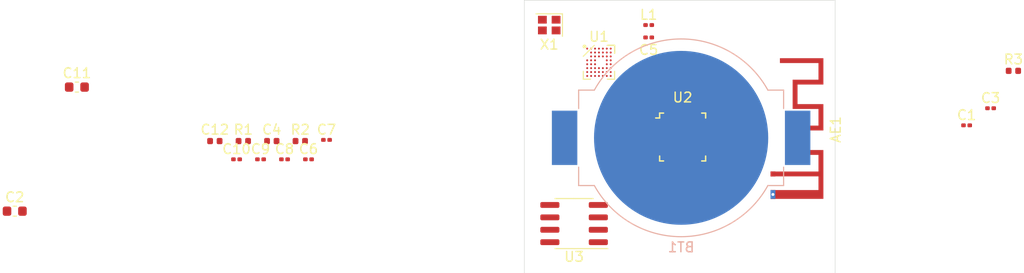
<source format=kicad_pcb>
(kicad_pcb (version 20171130) (host pcbnew "(5.1.6)-1")

  (general
    (thickness 1.6)
    (drawings 4)
    (tracks 0)
    (zones 0)
    (modules 22)
    (nets 62)
  )

  (page A4)
  (layers
    (0 F.Cu signal)
    (1 In1.Cu signal)
    (2 In2.Cu signal)
    (31 B.Cu signal hide)
    (32 B.Adhes user hide)
    (33 F.Adhes user)
    (34 B.Paste user hide)
    (35 F.Paste user)
    (36 B.SilkS user hide)
    (37 F.SilkS user)
    (38 B.Mask user hide)
    (39 F.Mask user)
    (40 Dwgs.User user)
    (41 Cmts.User user)
    (42 Eco1.User user)
    (43 Eco2.User user)
    (44 Edge.Cuts user)
    (45 Margin user)
    (46 B.CrtYd user hide)
    (47 F.CrtYd user)
    (48 B.Fab user hide)
    (49 F.Fab user hide)
  )

  (setup
    (last_trace_width 0.25)
    (trace_clearance 0.2)
    (zone_clearance 0.508)
    (zone_45_only no)
    (trace_min 0.2)
    (via_size 0.8)
    (via_drill 0.4)
    (via_min_size 0.4)
    (via_min_drill 0.3)
    (uvia_size 0.3)
    (uvia_drill 0.1)
    (uvias_allowed no)
    (uvia_min_size 0.2)
    (uvia_min_drill 0.1)
    (edge_width 0.05)
    (segment_width 0.2)
    (pcb_text_width 0.3)
    (pcb_text_size 1.5 1.5)
    (mod_edge_width 0.12)
    (mod_text_size 1 1)
    (mod_text_width 0.15)
    (pad_size 1.524 1.524)
    (pad_drill 0.762)
    (pad_to_mask_clearance 0.05)
    (aux_axis_origin 0 0)
    (visible_elements FFFFFF7F)
    (pcbplotparams
      (layerselection 0x010fc_ffffffff)
      (usegerberextensions false)
      (usegerberattributes true)
      (usegerberadvancedattributes true)
      (creategerberjobfile true)
      (excludeedgelayer true)
      (linewidth 0.100000)
      (plotframeref false)
      (viasonmask false)
      (mode 1)
      (useauxorigin false)
      (hpglpennumber 1)
      (hpglpenspeed 20)
      (hpglpendiameter 15.000000)
      (psnegative false)
      (psa4output false)
      (plotreference true)
      (plotvalue true)
      (plotinvisibletext false)
      (padsonsilk false)
      (subtractmaskfromsilk false)
      (outputformat 1)
      (mirror false)
      (drillshape 1)
      (scaleselection 1)
      (outputdirectory ""))
  )

  (net 0 "")
  (net 1 "Net-(AE1-Pad1)")
  (net 2 GND)
  (net 3 VDD)
  (net 4 "Net-(C1-Pad1)")
  (net 5 "Net-(C4-Pad1)")
  (net 6 "Net-(C5-Pad2)")
  (net 7 "Net-(C6-Pad2)")
  (net 8 "Net-(C7-Pad2)")
  (net 9 "Net-(C8-Pad2)")
  (net 10 "Net-(C9-Pad2)")
  (net 11 "Net-(R1-Pad2)")
  (net 12 "Net-(R2-Pad2)")
  (net 13 "Net-(U1-PadE1)")
  (net 14 "Net-(U1-PadF1)")
  (net 15 "Net-(U1-PadG1)")
  (net 16 "Net-(U1-PadH1)")
  (net 17 "Net-(U1-PadE2)")
  (net 18 "Net-(U1-PadF2)")
  (net 19 "Net-(U1-PadG2)")
  (net 20 "Net-(U1-PadH2)")
  (net 21 "Net-(U1-PadA3)")
  (net 22 "Net-(U1-PadB3)")
  (net 23 "Net-(U1-PadC3)")
  (net 24 "Net-(U1-PadD3)")
  (net 25 "Net-(U1-PadF3)")
  (net 26 "Net-(U1-PadG3)")
  (net 27 "Net-(U1-PadH3)")
  (net 28 "Net-(U1-PadA4)")
  (net 29 "Net-(U1-PadB4)")
  (net 30 "Net-(U1-PadF4)")
  (net 31 "Net-(U1-PadG4)")
  (net 32 "Net-(U1-PadH4)")
  (net 33 "Net-(U1-PadA5)")
  (net 34 "Net-(U1-PadB5)")
  (net 35 "Net-(U1-PadG5)")
  (net 36 "Net-(U1-PadH5)")
  (net 37 "Net-(U1-PadB6)")
  (net 38 "Net-(U1-PadC6)")
  (net 39 "Net-(U1-PadD6)")
  (net 40 "Net-(U1-PadE6)")
  (net 41 "Net-(U1-PadF6)")
  (net 42 "Net-(U1-PadG6)")
  (net 43 "Net-(U1-PadH6)")
  (net 44 "Net-(U1-PadC7)")
  (net 45 "Net-(U1-PadD7)")
  (net 46 "Net-(U1-PadE7)")
  (net 47 "Net-(U1-PadF7)")
  (net 48 "Net-(U1-PadG7)")
  (net 49 "Net-(U2-Pad1)")
  (net 50 "Net-(U2-Pad3)")
  (net 51 "Net-(U2-Pad4)")
  (net 52 "Net-(U2-Pad5)")
  (net 53 "Net-(U2-Pad6)")
  (net 54 "Net-(U2-Pad7)")
  (net 55 "Net-(U2-Pad9)")
  (net 56 "Net-(U2-Pad10)")
  (net 57 "Net-(U2-Pad13)")
  (net 58 "Net-(U2-Pad15)")
  (net 59 "Net-(U2-Pad18)")
  (net 60 "Net-(U2-Pad19)")
  (net 61 "Net-(U2-Pad20)")

  (net_class Default "This is the default net class."
    (clearance 0.2)
    (trace_width 0.25)
    (via_dia 0.8)
    (via_drill 0.4)
    (uvia_dia 0.3)
    (uvia_drill 0.1)
    (add_net GND)
    (add_net "Net-(AE1-Pad1)")
    (add_net "Net-(C1-Pad1)")
    (add_net "Net-(C4-Pad1)")
    (add_net "Net-(C5-Pad2)")
    (add_net "Net-(C6-Pad2)")
    (add_net "Net-(C7-Pad2)")
    (add_net "Net-(C8-Pad2)")
    (add_net "Net-(C9-Pad2)")
    (add_net "Net-(R1-Pad2)")
    (add_net "Net-(R2-Pad2)")
    (add_net "Net-(U1-PadA3)")
    (add_net "Net-(U1-PadA4)")
    (add_net "Net-(U1-PadA5)")
    (add_net "Net-(U1-PadB3)")
    (add_net "Net-(U1-PadB4)")
    (add_net "Net-(U1-PadB5)")
    (add_net "Net-(U1-PadB6)")
    (add_net "Net-(U1-PadC3)")
    (add_net "Net-(U1-PadC6)")
    (add_net "Net-(U1-PadC7)")
    (add_net "Net-(U1-PadD3)")
    (add_net "Net-(U1-PadD6)")
    (add_net "Net-(U1-PadD7)")
    (add_net "Net-(U1-PadE1)")
    (add_net "Net-(U1-PadE2)")
    (add_net "Net-(U1-PadE6)")
    (add_net "Net-(U1-PadE7)")
    (add_net "Net-(U1-PadF1)")
    (add_net "Net-(U1-PadF2)")
    (add_net "Net-(U1-PadF3)")
    (add_net "Net-(U1-PadF4)")
    (add_net "Net-(U1-PadF6)")
    (add_net "Net-(U1-PadF7)")
    (add_net "Net-(U1-PadG1)")
    (add_net "Net-(U1-PadG2)")
    (add_net "Net-(U1-PadG3)")
    (add_net "Net-(U1-PadG4)")
    (add_net "Net-(U1-PadG5)")
    (add_net "Net-(U1-PadG6)")
    (add_net "Net-(U1-PadG7)")
    (add_net "Net-(U1-PadH1)")
    (add_net "Net-(U1-PadH2)")
    (add_net "Net-(U1-PadH3)")
    (add_net "Net-(U1-PadH4)")
    (add_net "Net-(U1-PadH5)")
    (add_net "Net-(U1-PadH6)")
    (add_net "Net-(U2-Pad1)")
    (add_net "Net-(U2-Pad10)")
    (add_net "Net-(U2-Pad13)")
    (add_net "Net-(U2-Pad15)")
    (add_net "Net-(U2-Pad18)")
    (add_net "Net-(U2-Pad19)")
    (add_net "Net-(U2-Pad20)")
    (add_net "Net-(U2-Pad3)")
    (add_net "Net-(U2-Pad4)")
    (add_net "Net-(U2-Pad5)")
    (add_net "Net-(U2-Pad6)")
    (add_net "Net-(U2-Pad7)")
    (add_net "Net-(U2-Pad9)")
    (add_net VDD)
  )

  (module RF_Antenna:Texas_SWRA117D_2.4GHz_Left (layer F.Cu) (tedit 5996792C) (tstamp 5F02E543)
    (at 154.94 95.25 270)
    (descr http://www.ti.com/lit/an/swra117d/swra117d.pdf)
    (tags "PCB antenna")
    (path /5F275F4A)
    (attr virtual)
    (fp_text reference AE1 (at -4.55 -6.41 90) (layer F.SilkS)
      (effects (font (size 1 1) (thickness 0.15)))
    )
    (fp_text value Antenna (at -3.95 1.21 90) (layer F.Fab)
      (effects (font (size 1 1) (thickness 0.15)))
    )
    (fp_line (start 3.2 -5.6) (end -12.3 -5.6) (layer F.Fab) (width 0.15))
    (fp_line (start -12.3 0.35) (end 3.2 0.35) (layer F.Fab) (width 0.15))
    (fp_line (start 3.2 0.35) (end 3.2 -5.6) (layer F.Fab) (width 0.15))
    (fp_line (start -12.3 -5.6) (end -12.3 0.35) (layer F.Fab) (width 0.15))
    (fp_line (start 3.2 0.35) (end 3.2 -5.6) (layer F.CrtYd) (width 0.05))
    (fp_line (start -12.3 0.35) (end 3.2 0.35) (layer F.CrtYd) (width 0.05))
    (fp_line (start -12.3 -5.6) (end -12.3 0.35) (layer F.CrtYd) (width 0.05))
    (fp_line (start 3.2 -5.6) (end -12.3 -5.6) (layer F.CrtYd) (width 0.05))
    (fp_line (start 3.05 -0.25) (end -12.15 -5.45) (layer Dwgs.User) (width 0.15))
    (fp_line (start 3.05 -5.45) (end -12.15 -0.25) (layer Dwgs.User) (width 0.15))
    (fp_line (start -12.15 -0.25) (end -12.15 -5.45) (layer Dwgs.User) (width 0.15))
    (fp_line (start 3.05 -0.25) (end 3.05 -5.45) (layer Dwgs.User) (width 0.15))
    (fp_line (start 3.05 -0.25) (end -12.15 -0.25) (layer Dwgs.User) (width 0.15))
    (fp_line (start 3.05 -5.45) (end -12.15 -5.45) (layer Dwgs.User) (width 0.15))
    (fp_poly (pts (xy -2.45 -2.51) (xy -4.45 -2.51) (xy -4.45 -5.15) (xy -7.15 -5.15)
      (xy -7.15 -2.51) (xy -9.15 -2.51) (xy -9.15 -5.15) (xy -11.85 -5.15)
      (xy -11.85 -0.71) (xy -11.35 -0.71) (xy -11.35 -4.65) (xy -9.65 -4.65)
      (xy -9.65 -2.01) (xy -6.65 -2.01) (xy -6.65 -4.65) (xy -4.95 -4.65)
      (xy -4.95 -2.01) (xy -1.95 -2.01) (xy -1.95 -4.65) (xy -0.25 -4.65)
      (xy -0.25 0.25) (xy 0.25 0.25) (xy 0.25 -4.65) (xy 1.65 -4.65)
      (xy 1.65 0.25) (xy 2.55 0.25) (xy 2.55 0.006785) (xy 2.247583 0.006785)
      (xy 2.237742 0.054395) (xy 2.213674 0.096797) (xy 2.175731 0.129581) (xy 2.167819 0.133935)
      (xy 2.125156 0.146043) (xy 2.076637 0.1453) (xy 2.031122 0.1324) (xy 2.012511 0.121787)
      (xy 1.978868 0.086553) (xy 1.958309 0.041368) (xy 1.951778 -0.008158) (xy 1.960218 -0.056417)
      (xy 1.977112 -0.088643) (xy 2.012372 -0.121313) (xy 2.057682 -0.141408) (xy 2.107267 -0.147982)
      (xy 2.155353 -0.140092) (xy 2.188245 -0.123186) (xy 2.223185 -0.086416) (xy 2.242847 -0.041622)
      (xy 2.247583 0.006785) (xy 2.55 0.006785) (xy 2.55 -5.15) (xy -2.45 -5.15)
      (xy -2.45 -2.51)) (layer F.Cu) (width 0))
    (fp_text user %R (at -4.55 -6.4 90) (layer F.Fab)
      (effects (font (size 1 1) (thickness 0.15)))
    )
    (pad 2 thru_hole rect (at 2.1 0 270) (size 0.9 0.5) (drill 0.3) (layers *.Cu)
      (zone_connect 2))
    (pad 1 connect rect (at 0 0 270) (size 0.5 0.5) (layers F.Cu)
      (net 1 "Net-(AE1-Pad1)"))
  )

  (module Battery:BatteryHolder_MPD_BC2003_1x2032 (layer B.Cu) (tedit 5D9C8106) (tstamp 5F02E573)
    (at 145.555001 91.553108)
    (descr http://www.memoryprotectiondevices.com/datasheets/BC-2003-datasheet.pdf)
    (tags "BC2003 CR2032 2032 Battery Holder")
    (path /5F1E58D0)
    (attr smd)
    (fp_text reference BT1 (at 0 11.2) (layer B.SilkS)
      (effects (font (size 1 1) (thickness 0.15)) (justify mirror))
    )
    (fp_text value Battery (at 0 -11.2) (layer B.Fab)
      (effects (font (size 1 1) (thickness 0.15)) (justify mirror))
    )
    (fp_line (start -10.6 -5.01) (end -8.94 -5.01) (layer B.CrtYd) (width 0.05))
    (fp_line (start -10.6 -5.01) (end -10.6 -3.03) (layer B.CrtYd) (width 0.05))
    (fp_line (start -13.45 -3.03) (end -10.6 -3.03) (layer B.CrtYd) (width 0.05))
    (fp_line (start -13.45 3.03) (end -13.45 -3.03) (layer B.CrtYd) (width 0.05))
    (fp_line (start -10.6 3.03) (end -13.45 3.03) (layer B.CrtYd) (width 0.05))
    (fp_line (start -10.6 5.01) (end -10.6 3.03) (layer B.CrtYd) (width 0.05))
    (fp_line (start -8.94 5.01) (end -10.6 5.01) (layer B.CrtYd) (width 0.05))
    (fp_line (start 8.94 -5.01) (end 10.6 -5.01) (layer B.CrtYd) (width 0.05))
    (fp_line (start 10.6 -5.01) (end 10.6 -3.03) (layer B.CrtYd) (width 0.05))
    (fp_line (start 10.6 -3.03) (end 13.45 -3.03) (layer B.CrtYd) (width 0.05))
    (fp_line (start 13.45 3.03) (end 13.45 -3.03) (layer B.CrtYd) (width 0.05))
    (fp_line (start 10.6 3.03) (end 13.45 3.03) (layer B.CrtYd) (width 0.05))
    (fp_line (start 10.6 5.01) (end 10.6 3.03) (layer B.CrtYd) (width 0.05))
    (fp_line (start 8.94 5.01) (end 10.6 5.01) (layer B.CrtYd) (width 0.05))
    (fp_line (start 10.47 -4.885) (end 8.86291 -4.885) (layer B.SilkS) (width 0.12))
    (fp_line (start -10.47 -4.885) (end -8.86291 -4.885) (layer B.SilkS) (width 0.12))
    (fp_line (start 10.47 4.885) (end 8.86291 4.885) (layer B.SilkS) (width 0.12))
    (fp_line (start 10.47 -3) (end 10.47 -4.885) (layer B.SilkS) (width 0.12))
    (fp_line (start -10.47 -3) (end -10.47 -4.885) (layer B.SilkS) (width 0.12))
    (fp_line (start 10.47 3) (end 10.47 4.885) (layer B.SilkS) (width 0.12))
    (fp_line (start -10.47 3) (end -10.47 4.885) (layer B.SilkS) (width 0.12))
    (fp_line (start -10.47 4.885) (end -8.86291 4.885) (layer B.SilkS) (width 0.12))
    (fp_line (start -12.7 1.825) (end -12.7 -1.825) (layer B.Fab) (width 0.1))
    (fp_line (start -12.7 -1.825) (end -12 -2.525) (layer B.Fab) (width 0.1))
    (fp_line (start -12.7 1.825) (end -12 2.525) (layer B.Fab) (width 0.1))
    (fp_line (start -10.35 -2.525) (end -12 -2.525) (layer B.Fab) (width 0.1))
    (fp_line (start -10.35 2.525) (end -12 2.525) (layer B.Fab) (width 0.1))
    (fp_line (start 12.7 1.825) (end 12.7 -1.825) (layer B.Fab) (width 0.1))
    (fp_line (start 12.7 -1.825) (end 12 -2.525) (layer B.Fab) (width 0.1))
    (fp_line (start 12.7 1.825) (end 12 2.525) (layer B.Fab) (width 0.1))
    (fp_line (start 10.35 2.525) (end 12 2.525) (layer B.Fab) (width 0.1))
    (fp_line (start 10.35 -2.525) (end 12 -2.525) (layer B.Fab) (width 0.1))
    (fp_line (start 10.35 -4.765) (end 10.35 4.765) (layer B.Fab) (width 0.1))
    (fp_line (start -10.35 -4.765) (end -10.35 4.765) (layer B.Fab) (width 0.1))
    (fp_line (start -10.35 4.765) (end 10.35 4.765) (layer B.Fab) (width 0.1))
    (fp_line (start -10.35 -4.765) (end 10.35 -4.765) (layer B.Fab) (width 0.1))
    (fp_text user %R (at 0 0) (layer B.Fab)
      (effects (font (size 1 1) (thickness 0.15)) (justify mirror))
    )
    (fp_arc (start 0 0) (end 8.94 5.01) (angle 121.4) (layer B.CrtYd) (width 0.05))
    (fp_arc (start 0 0) (end -8.94 -5.01) (angle 121.3) (layer B.CrtYd) (width 0.05))
    (fp_arc (start 0 0) (end 8.86291 4.885) (angle 122.2752329) (layer B.SilkS) (width 0.12))
    (fp_arc (start 0 0) (end -8.86291 -4.885) (angle 122.3) (layer B.SilkS) (width 0.12))
    (pad 2 smd circle (at 0 0) (size 17.8 17.8) (layers B.Cu B.Mask)
      (net 2 GND))
    (pad 1 smd rect (at 11.905 0) (size 2.6 5.56) (layers B.Cu B.Paste B.Mask)
      (net 3 VDD))
    (pad 1 smd rect (at -11.905 0) (size 2.6 5.56) (layers B.Cu B.Paste B.Mask)
      (net 3 VDD))
    (model ${KISYS3DMOD}/Battery.3dshapes/BatteryHolder_MPD_BC2003_1x2032.wrl
      (at (xyz 0 0 0))
      (scale (xyz 1 1 1))
      (rotate (xyz 0 0 0))
    )
  )

  (module Capacitor_SMD:C_0201_0603Metric (layer F.Cu) (tedit 5B301BBE) (tstamp 5F02E584)
    (at 174.725001 90.275001)
    (descr "Capacitor SMD 0201 (0603 Metric), square (rectangular) end terminal, IPC_7351 nominal, (Body size source: https://www.vishay.com/docs/20052/crcw0201e3.pdf), generated with kicad-footprint-generator")
    (tags capacitor)
    (path /5EFF00D6)
    (attr smd)
    (fp_text reference C1 (at 0 -1.05) (layer F.SilkS)
      (effects (font (size 1 1) (thickness 0.15)))
    )
    (fp_text value 100nF (at 0 1.05) (layer F.Fab)
      (effects (font (size 1 1) (thickness 0.15)))
    )
    (fp_text user %R (at 0 -0.68) (layer F.Fab)
      (effects (font (size 0.25 0.25) (thickness 0.04)))
    )
    (fp_line (start -0.3 0.15) (end -0.3 -0.15) (layer F.Fab) (width 0.1))
    (fp_line (start -0.3 -0.15) (end 0.3 -0.15) (layer F.Fab) (width 0.1))
    (fp_line (start 0.3 -0.15) (end 0.3 0.15) (layer F.Fab) (width 0.1))
    (fp_line (start 0.3 0.15) (end -0.3 0.15) (layer F.Fab) (width 0.1))
    (fp_line (start -0.7 0.35) (end -0.7 -0.35) (layer F.CrtYd) (width 0.05))
    (fp_line (start -0.7 -0.35) (end 0.7 -0.35) (layer F.CrtYd) (width 0.05))
    (fp_line (start 0.7 -0.35) (end 0.7 0.35) (layer F.CrtYd) (width 0.05))
    (fp_line (start 0.7 0.35) (end -0.7 0.35) (layer F.CrtYd) (width 0.05))
    (pad 2 smd roundrect (at 0.32 0) (size 0.46 0.4) (layers F.Cu F.Mask) (roundrect_rratio 0.25)
      (net 2 GND))
    (pad 1 smd roundrect (at -0.32 0) (size 0.46 0.4) (layers F.Cu F.Mask) (roundrect_rratio 0.25)
      (net 4 "Net-(C1-Pad1)"))
    (pad "" smd roundrect (at 0.345 0) (size 0.318 0.36) (layers F.Paste) (roundrect_rratio 0.25))
    (pad "" smd roundrect (at -0.345 0) (size 0.318 0.36) (layers F.Paste) (roundrect_rratio 0.25))
    (model ${KISYS3DMOD}/Capacitor_SMD.3dshapes/C_0201_0603Metric.wrl
      (at (xyz 0 0 0))
      (scale (xyz 1 1 1))
      (rotate (xyz 0 0 0))
    )
  )

  (module Capacitor_SMD:C_0603_1608Metric (layer F.Cu) (tedit 5B301BBE) (tstamp 5F02E595)
    (at 77.47 99.06)
    (descr "Capacitor SMD 0603 (1608 Metric), square (rectangular) end terminal, IPC_7351 nominal, (Body size source: http://www.tortai-tech.com/upload/download/2011102023233369053.pdf), generated with kicad-footprint-generator")
    (tags capacitor)
    (path /5EFF7ED4)
    (attr smd)
    (fp_text reference C2 (at 0 -1.43) (layer F.SilkS)
      (effects (font (size 1 1) (thickness 0.15)))
    )
    (fp_text value 4.7uF (at 0 1.43) (layer F.Fab)
      (effects (font (size 1 1) (thickness 0.15)))
    )
    (fp_text user %R (at 0 0) (layer F.Fab)
      (effects (font (size 0.4 0.4) (thickness 0.06)))
    )
    (fp_line (start -0.8 0.4) (end -0.8 -0.4) (layer F.Fab) (width 0.1))
    (fp_line (start -0.8 -0.4) (end 0.8 -0.4) (layer F.Fab) (width 0.1))
    (fp_line (start 0.8 -0.4) (end 0.8 0.4) (layer F.Fab) (width 0.1))
    (fp_line (start 0.8 0.4) (end -0.8 0.4) (layer F.Fab) (width 0.1))
    (fp_line (start -0.162779 -0.51) (end 0.162779 -0.51) (layer F.SilkS) (width 0.12))
    (fp_line (start -0.162779 0.51) (end 0.162779 0.51) (layer F.SilkS) (width 0.12))
    (fp_line (start -1.48 0.73) (end -1.48 -0.73) (layer F.CrtYd) (width 0.05))
    (fp_line (start -1.48 -0.73) (end 1.48 -0.73) (layer F.CrtYd) (width 0.05))
    (fp_line (start 1.48 -0.73) (end 1.48 0.73) (layer F.CrtYd) (width 0.05))
    (fp_line (start 1.48 0.73) (end -1.48 0.73) (layer F.CrtYd) (width 0.05))
    (pad 2 smd roundrect (at 0.7875 0) (size 0.875 0.95) (layers F.Cu F.Paste F.Mask) (roundrect_rratio 0.25)
      (net 2 GND))
    (pad 1 smd roundrect (at -0.7875 0) (size 0.875 0.95) (layers F.Cu F.Paste F.Mask) (roundrect_rratio 0.25)
      (net 3 VDD))
    (model ${KISYS3DMOD}/Capacitor_SMD.3dshapes/C_0603_1608Metric.wrl
      (at (xyz 0 0 0))
      (scale (xyz 1 1 1))
      (rotate (xyz 0 0 0))
    )
  )

  (module Capacitor_SMD:C_0201_0603Metric (layer F.Cu) (tedit 5B301BBE) (tstamp 5F02E5A6)
    (at 177.175001 88.525001)
    (descr "Capacitor SMD 0201 (0603 Metric), square (rectangular) end terminal, IPC_7351 nominal, (Body size source: https://www.vishay.com/docs/20052/crcw0201e3.pdf), generated with kicad-footprint-generator")
    (tags capacitor)
    (path /5EFFFE27)
    (attr smd)
    (fp_text reference C3 (at 0 -1.05) (layer F.SilkS)
      (effects (font (size 1 1) (thickness 0.15)))
    )
    (fp_text value 100nF (at 0 1.05) (layer F.Fab)
      (effects (font (size 1 1) (thickness 0.15)))
    )
    (fp_line (start 0.7 0.35) (end -0.7 0.35) (layer F.CrtYd) (width 0.05))
    (fp_line (start 0.7 -0.35) (end 0.7 0.35) (layer F.CrtYd) (width 0.05))
    (fp_line (start -0.7 -0.35) (end 0.7 -0.35) (layer F.CrtYd) (width 0.05))
    (fp_line (start -0.7 0.35) (end -0.7 -0.35) (layer F.CrtYd) (width 0.05))
    (fp_line (start 0.3 0.15) (end -0.3 0.15) (layer F.Fab) (width 0.1))
    (fp_line (start 0.3 -0.15) (end 0.3 0.15) (layer F.Fab) (width 0.1))
    (fp_line (start -0.3 -0.15) (end 0.3 -0.15) (layer F.Fab) (width 0.1))
    (fp_line (start -0.3 0.15) (end -0.3 -0.15) (layer F.Fab) (width 0.1))
    (fp_text user %R (at 0 -0.68) (layer F.Fab)
      (effects (font (size 0.25 0.25) (thickness 0.04)))
    )
    (pad "" smd roundrect (at -0.345 0) (size 0.318 0.36) (layers F.Paste) (roundrect_rratio 0.25))
    (pad "" smd roundrect (at 0.345 0) (size 0.318 0.36) (layers F.Paste) (roundrect_rratio 0.25))
    (pad 1 smd roundrect (at -0.32 0) (size 0.46 0.4) (layers F.Cu F.Mask) (roundrect_rratio 0.25)
      (net 3 VDD))
    (pad 2 smd roundrect (at 0.32 0) (size 0.46 0.4) (layers F.Cu F.Mask) (roundrect_rratio 0.25)
      (net 2 GND))
    (model ${KISYS3DMOD}/Capacitor_SMD.3dshapes/C_0201_0603Metric.wrl
      (at (xyz 0 0 0))
      (scale (xyz 1 1 1))
      (rotate (xyz 0 0 0))
    )
  )

  (module Capacitor_SMD:C_0402_1005Metric (layer F.Cu) (tedit 5B301BBE) (tstamp 5F02E5B5)
    (at 103.735001 91.885001)
    (descr "Capacitor SMD 0402 (1005 Metric), square (rectangular) end terminal, IPC_7351 nominal, (Body size source: http://www.tortai-tech.com/upload/download/2011102023233369053.pdf), generated with kicad-footprint-generator")
    (tags capacitor)
    (path /5EFFC46A)
    (attr smd)
    (fp_text reference C4 (at 0 -1.17) (layer F.SilkS)
      (effects (font (size 1 1) (thickness 0.15)))
    )
    (fp_text value 1.0uF (at 0 1.17) (layer F.Fab)
      (effects (font (size 1 1) (thickness 0.15)))
    )
    (fp_text user %R (at 0 0) (layer F.Fab)
      (effects (font (size 0.25 0.25) (thickness 0.04)))
    )
    (fp_line (start -0.5 0.25) (end -0.5 -0.25) (layer F.Fab) (width 0.1))
    (fp_line (start -0.5 -0.25) (end 0.5 -0.25) (layer F.Fab) (width 0.1))
    (fp_line (start 0.5 -0.25) (end 0.5 0.25) (layer F.Fab) (width 0.1))
    (fp_line (start 0.5 0.25) (end -0.5 0.25) (layer F.Fab) (width 0.1))
    (fp_line (start -0.93 0.47) (end -0.93 -0.47) (layer F.CrtYd) (width 0.05))
    (fp_line (start -0.93 -0.47) (end 0.93 -0.47) (layer F.CrtYd) (width 0.05))
    (fp_line (start 0.93 -0.47) (end 0.93 0.47) (layer F.CrtYd) (width 0.05))
    (fp_line (start 0.93 0.47) (end -0.93 0.47) (layer F.CrtYd) (width 0.05))
    (pad 2 smd roundrect (at 0.485 0) (size 0.59 0.64) (layers F.Cu F.Paste F.Mask) (roundrect_rratio 0.25)
      (net 2 GND))
    (pad 1 smd roundrect (at -0.485 0) (size 0.59 0.64) (layers F.Cu F.Paste F.Mask) (roundrect_rratio 0.25)
      (net 5 "Net-(C4-Pad1)"))
    (model ${KISYS3DMOD}/Capacitor_SMD.3dshapes/C_0402_1005Metric.wrl
      (at (xyz 0 0 0))
      (scale (xyz 1 1 1))
      (rotate (xyz 0 0 0))
    )
  )

  (module Capacitor_SMD:C_0201_0603Metric (layer F.Cu) (tedit 5B301BBE) (tstamp 5F02E5C6)
    (at 142.24 81.28)
    (descr "Capacitor SMD 0201 (0603 Metric), square (rectangular) end terminal, IPC_7351 nominal, (Body size source: https://www.vishay.com/docs/20052/crcw0201e3.pdf), generated with kicad-footprint-generator")
    (tags capacitor)
    (path /5F03C231)
    (attr smd)
    (fp_text reference C5 (at 0 1.27) (layer F.SilkS)
      (effects (font (size 1 1) (thickness 0.15)))
    )
    (fp_text value 1.0pF (at 0 1.05) (layer F.Fab)
      (effects (font (size 1 1) (thickness 0.15)))
    )
    (fp_line (start 0.7 0.35) (end -0.7 0.35) (layer F.CrtYd) (width 0.05))
    (fp_line (start 0.7 -0.35) (end 0.7 0.35) (layer F.CrtYd) (width 0.05))
    (fp_line (start -0.7 -0.35) (end 0.7 -0.35) (layer F.CrtYd) (width 0.05))
    (fp_line (start -0.7 0.35) (end -0.7 -0.35) (layer F.CrtYd) (width 0.05))
    (fp_line (start 0.3 0.15) (end -0.3 0.15) (layer F.Fab) (width 0.1))
    (fp_line (start 0.3 -0.15) (end 0.3 0.15) (layer F.Fab) (width 0.1))
    (fp_line (start -0.3 -0.15) (end 0.3 -0.15) (layer F.Fab) (width 0.1))
    (fp_line (start -0.3 0.15) (end -0.3 -0.15) (layer F.Fab) (width 0.1))
    (fp_text user %R (at 0 -0.68) (layer F.Fab)
      (effects (font (size 0.25 0.25) (thickness 0.04)))
    )
    (pad "" smd roundrect (at -0.345 0) (size 0.318 0.36) (layers F.Paste) (roundrect_rratio 0.25))
    (pad "" smd roundrect (at 0.345 0) (size 0.318 0.36) (layers F.Paste) (roundrect_rratio 0.25))
    (pad 1 smd roundrect (at -0.32 0) (size 0.46 0.4) (layers F.Cu F.Mask) (roundrect_rratio 0.25)
      (net 2 GND))
    (pad 2 smd roundrect (at 0.32 0) (size 0.46 0.4) (layers F.Cu F.Mask) (roundrect_rratio 0.25)
      (net 6 "Net-(C5-Pad2)"))
    (model ${KISYS3DMOD}/Capacitor_SMD.3dshapes/C_0201_0603Metric.wrl
      (at (xyz 0 0 0))
      (scale (xyz 1 1 1))
      (rotate (xyz 0 0 0))
    )
  )

  (module Capacitor_SMD:C_0201_0603Metric (layer F.Cu) (tedit 5B301BBE) (tstamp 5F02E5D7)
    (at 107.485001 93.755001)
    (descr "Capacitor SMD 0201 (0603 Metric), square (rectangular) end terminal, IPC_7351 nominal, (Body size source: https://www.vishay.com/docs/20052/crcw0201e3.pdf), generated with kicad-footprint-generator")
    (tags capacitor)
    (path /5F00ABD4)
    (attr smd)
    (fp_text reference C6 (at 0 -1.05) (layer F.SilkS)
      (effects (font (size 1 1) (thickness 0.15)))
    )
    (fp_text value 12pF (at 0 1.05) (layer F.Fab)
      (effects (font (size 1 1) (thickness 0.15)))
    )
    (fp_line (start 0.7 0.35) (end -0.7 0.35) (layer F.CrtYd) (width 0.05))
    (fp_line (start 0.7 -0.35) (end 0.7 0.35) (layer F.CrtYd) (width 0.05))
    (fp_line (start -0.7 -0.35) (end 0.7 -0.35) (layer F.CrtYd) (width 0.05))
    (fp_line (start -0.7 0.35) (end -0.7 -0.35) (layer F.CrtYd) (width 0.05))
    (fp_line (start 0.3 0.15) (end -0.3 0.15) (layer F.Fab) (width 0.1))
    (fp_line (start 0.3 -0.15) (end 0.3 0.15) (layer F.Fab) (width 0.1))
    (fp_line (start -0.3 -0.15) (end 0.3 -0.15) (layer F.Fab) (width 0.1))
    (fp_line (start -0.3 0.15) (end -0.3 -0.15) (layer F.Fab) (width 0.1))
    (fp_text user %R (at 0 -0.68) (layer F.Fab)
      (effects (font (size 0.25 0.25) (thickness 0.04)))
    )
    (pad "" smd roundrect (at -0.345 0) (size 0.318 0.36) (layers F.Paste) (roundrect_rratio 0.25))
    (pad "" smd roundrect (at 0.345 0) (size 0.318 0.36) (layers F.Paste) (roundrect_rratio 0.25))
    (pad 1 smd roundrect (at -0.32 0) (size 0.46 0.4) (layers F.Cu F.Mask) (roundrect_rratio 0.25)
      (net 2 GND))
    (pad 2 smd roundrect (at 0.32 0) (size 0.46 0.4) (layers F.Cu F.Mask) (roundrect_rratio 0.25)
      (net 7 "Net-(C6-Pad2)"))
    (model ${KISYS3DMOD}/Capacitor_SMD.3dshapes/C_0201_0603Metric.wrl
      (at (xyz 0 0 0))
      (scale (xyz 1 1 1))
      (rotate (xyz 0 0 0))
    )
  )

  (module Capacitor_SMD:C_0201_0603Metric (layer F.Cu) (tedit 5B301BBE) (tstamp 5F02E5E8)
    (at 109.325001 91.765001)
    (descr "Capacitor SMD 0201 (0603 Metric), square (rectangular) end terminal, IPC_7351 nominal, (Body size source: https://www.vishay.com/docs/20052/crcw0201e3.pdf), generated with kicad-footprint-generator")
    (tags capacitor)
    (path /5F00B47E)
    (attr smd)
    (fp_text reference C7 (at 0 -1.05) (layer F.SilkS)
      (effects (font (size 1 1) (thickness 0.15)))
    )
    (fp_text value 12pF (at 0 1.05) (layer F.Fab)
      (effects (font (size 1 1) (thickness 0.15)))
    )
    (fp_text user %R (at 0 -0.68) (layer F.Fab)
      (effects (font (size 0.25 0.25) (thickness 0.04)))
    )
    (fp_line (start -0.3 0.15) (end -0.3 -0.15) (layer F.Fab) (width 0.1))
    (fp_line (start -0.3 -0.15) (end 0.3 -0.15) (layer F.Fab) (width 0.1))
    (fp_line (start 0.3 -0.15) (end 0.3 0.15) (layer F.Fab) (width 0.1))
    (fp_line (start 0.3 0.15) (end -0.3 0.15) (layer F.Fab) (width 0.1))
    (fp_line (start -0.7 0.35) (end -0.7 -0.35) (layer F.CrtYd) (width 0.05))
    (fp_line (start -0.7 -0.35) (end 0.7 -0.35) (layer F.CrtYd) (width 0.05))
    (fp_line (start 0.7 -0.35) (end 0.7 0.35) (layer F.CrtYd) (width 0.05))
    (fp_line (start 0.7 0.35) (end -0.7 0.35) (layer F.CrtYd) (width 0.05))
    (pad 2 smd roundrect (at 0.32 0) (size 0.46 0.4) (layers F.Cu F.Mask) (roundrect_rratio 0.25)
      (net 8 "Net-(C7-Pad2)"))
    (pad 1 smd roundrect (at -0.32 0) (size 0.46 0.4) (layers F.Cu F.Mask) (roundrect_rratio 0.25)
      (net 2 GND))
    (pad "" smd roundrect (at 0.345 0) (size 0.318 0.36) (layers F.Paste) (roundrect_rratio 0.25))
    (pad "" smd roundrect (at -0.345 0) (size 0.318 0.36) (layers F.Paste) (roundrect_rratio 0.25))
    (model ${KISYS3DMOD}/Capacitor_SMD.3dshapes/C_0201_0603Metric.wrl
      (at (xyz 0 0 0))
      (scale (xyz 1 1 1))
      (rotate (xyz 0 0 0))
    )
  )

  (module Capacitor_SMD:C_0201_0603Metric (layer F.Cu) (tedit 5B301BBE) (tstamp 5F02E5F9)
    (at 105.035001 93.755001)
    (descr "Capacitor SMD 0201 (0603 Metric), square (rectangular) end terminal, IPC_7351 nominal, (Body size source: https://www.vishay.com/docs/20052/crcw0201e3.pdf), generated with kicad-footprint-generator")
    (tags capacitor)
    (path /5F02B44D)
    (attr smd)
    (fp_text reference C8 (at 0 -1.05) (layer F.SilkS)
      (effects (font (size 1 1) (thickness 0.15)))
    )
    (fp_text value 100pF (at 0 1.05) (layer F.Fab)
      (effects (font (size 1 1) (thickness 0.15)))
    )
    (fp_line (start 0.7 0.35) (end -0.7 0.35) (layer F.CrtYd) (width 0.05))
    (fp_line (start 0.7 -0.35) (end 0.7 0.35) (layer F.CrtYd) (width 0.05))
    (fp_line (start -0.7 -0.35) (end 0.7 -0.35) (layer F.CrtYd) (width 0.05))
    (fp_line (start -0.7 0.35) (end -0.7 -0.35) (layer F.CrtYd) (width 0.05))
    (fp_line (start 0.3 0.15) (end -0.3 0.15) (layer F.Fab) (width 0.1))
    (fp_line (start 0.3 -0.15) (end 0.3 0.15) (layer F.Fab) (width 0.1))
    (fp_line (start -0.3 -0.15) (end 0.3 -0.15) (layer F.Fab) (width 0.1))
    (fp_line (start -0.3 0.15) (end -0.3 -0.15) (layer F.Fab) (width 0.1))
    (fp_text user %R (at 0 -0.68) (layer F.Fab)
      (effects (font (size 0.25 0.25) (thickness 0.04)))
    )
    (pad "" smd roundrect (at -0.345 0) (size 0.318 0.36) (layers F.Paste) (roundrect_rratio 0.25))
    (pad "" smd roundrect (at 0.345 0) (size 0.318 0.36) (layers F.Paste) (roundrect_rratio 0.25))
    (pad 1 smd roundrect (at -0.32 0) (size 0.46 0.4) (layers F.Cu F.Mask) (roundrect_rratio 0.25)
      (net 2 GND))
    (pad 2 smd roundrect (at 0.32 0) (size 0.46 0.4) (layers F.Cu F.Mask) (roundrect_rratio 0.25)
      (net 9 "Net-(C8-Pad2)"))
    (model ${KISYS3DMOD}/Capacitor_SMD.3dshapes/C_0201_0603Metric.wrl
      (at (xyz 0 0 0))
      (scale (xyz 1 1 1))
      (rotate (xyz 0 0 0))
    )
  )

  (module Capacitor_SMD:C_0201_0603Metric (layer F.Cu) (tedit 5B301BBE) (tstamp 5F02E60A)
    (at 102.585001 93.755001)
    (descr "Capacitor SMD 0201 (0603 Metric), square (rectangular) end terminal, IPC_7351 nominal, (Body size source: https://www.vishay.com/docs/20052/crcw0201e3.pdf), generated with kicad-footprint-generator")
    (tags capacitor)
    (path /5F02CB79)
    (attr smd)
    (fp_text reference C9 (at 0 -1.05) (layer F.SilkS)
      (effects (font (size 1 1) (thickness 0.15)))
    )
    (fp_text value 100pF (at 0 1.05) (layer F.Fab)
      (effects (font (size 1 1) (thickness 0.15)))
    )
    (fp_text user %R (at 0 -0.68) (layer F.Fab)
      (effects (font (size 0.25 0.25) (thickness 0.04)))
    )
    (fp_line (start -0.3 0.15) (end -0.3 -0.15) (layer F.Fab) (width 0.1))
    (fp_line (start -0.3 -0.15) (end 0.3 -0.15) (layer F.Fab) (width 0.1))
    (fp_line (start 0.3 -0.15) (end 0.3 0.15) (layer F.Fab) (width 0.1))
    (fp_line (start 0.3 0.15) (end -0.3 0.15) (layer F.Fab) (width 0.1))
    (fp_line (start -0.7 0.35) (end -0.7 -0.35) (layer F.CrtYd) (width 0.05))
    (fp_line (start -0.7 -0.35) (end 0.7 -0.35) (layer F.CrtYd) (width 0.05))
    (fp_line (start 0.7 -0.35) (end 0.7 0.35) (layer F.CrtYd) (width 0.05))
    (fp_line (start 0.7 0.35) (end -0.7 0.35) (layer F.CrtYd) (width 0.05))
    (pad 2 smd roundrect (at 0.32 0) (size 0.46 0.4) (layers F.Cu F.Mask) (roundrect_rratio 0.25)
      (net 10 "Net-(C9-Pad2)"))
    (pad 1 smd roundrect (at -0.32 0) (size 0.46 0.4) (layers F.Cu F.Mask) (roundrect_rratio 0.25)
      (net 2 GND))
    (pad "" smd roundrect (at 0.345 0) (size 0.318 0.36) (layers F.Paste) (roundrect_rratio 0.25))
    (pad "" smd roundrect (at -0.345 0) (size 0.318 0.36) (layers F.Paste) (roundrect_rratio 0.25))
    (model ${KISYS3DMOD}/Capacitor_SMD.3dshapes/C_0201_0603Metric.wrl
      (at (xyz 0 0 0))
      (scale (xyz 1 1 1))
      (rotate (xyz 0 0 0))
    )
  )

  (module Capacitor_SMD:C_0201_0603Metric (layer F.Cu) (tedit 5B301BBE) (tstamp 5F02E61B)
    (at 100.135001 93.755001)
    (descr "Capacitor SMD 0201 (0603 Metric), square (rectangular) end terminal, IPC_7351 nominal, (Body size source: https://www.vishay.com/docs/20052/crcw0201e3.pdf), generated with kicad-footprint-generator")
    (tags capacitor)
    (path /5F04F47C)
    (attr smd)
    (fp_text reference C10 (at 0 -1.05) (layer F.SilkS)
      (effects (font (size 1 1) (thickness 0.15)))
    )
    (fp_text value 100nF (at 0 1.05) (layer F.Fab)
      (effects (font (size 1 1) (thickness 0.15)))
    )
    (fp_line (start 0.7 0.35) (end -0.7 0.35) (layer F.CrtYd) (width 0.05))
    (fp_line (start 0.7 -0.35) (end 0.7 0.35) (layer F.CrtYd) (width 0.05))
    (fp_line (start -0.7 -0.35) (end 0.7 -0.35) (layer F.CrtYd) (width 0.05))
    (fp_line (start -0.7 0.35) (end -0.7 -0.35) (layer F.CrtYd) (width 0.05))
    (fp_line (start 0.3 0.15) (end -0.3 0.15) (layer F.Fab) (width 0.1))
    (fp_line (start 0.3 -0.15) (end 0.3 0.15) (layer F.Fab) (width 0.1))
    (fp_line (start -0.3 -0.15) (end 0.3 -0.15) (layer F.Fab) (width 0.1))
    (fp_line (start -0.3 0.15) (end -0.3 -0.15) (layer F.Fab) (width 0.1))
    (fp_text user %R (at 0 -0.68) (layer F.Fab)
      (effects (font (size 0.25 0.25) (thickness 0.04)))
    )
    (pad "" smd roundrect (at -0.345 0) (size 0.318 0.36) (layers F.Paste) (roundrect_rratio 0.25))
    (pad "" smd roundrect (at 0.345 0) (size 0.318 0.36) (layers F.Paste) (roundrect_rratio 0.25))
    (pad 1 smd roundrect (at -0.32 0) (size 0.46 0.4) (layers F.Cu F.Mask) (roundrect_rratio 0.25)
      (net 2 GND))
    (pad 2 smd roundrect (at 0.32 0) (size 0.46 0.4) (layers F.Cu F.Mask) (roundrect_rratio 0.25)
      (net 3 VDD))
    (model ${KISYS3DMOD}/Capacitor_SMD.3dshapes/C_0201_0603Metric.wrl
      (at (xyz 0 0 0))
      (scale (xyz 1 1 1))
      (rotate (xyz 0 0 0))
    )
  )

  (module Capacitor_SMD:C_0603_1608Metric (layer F.Cu) (tedit 5B301BBE) (tstamp 5F02E62C)
    (at 83.82 86.36)
    (descr "Capacitor SMD 0603 (1608 Metric), square (rectangular) end terminal, IPC_7351 nominal, (Body size source: http://www.tortai-tech.com/upload/download/2011102023233369053.pdf), generated with kicad-footprint-generator")
    (tags capacitor)
    (path /5F04FD4A)
    (attr smd)
    (fp_text reference C11 (at 0 -1.43) (layer F.SilkS)
      (effects (font (size 1 1) (thickness 0.15)))
    )
    (fp_text value 10uF (at 0 1.43) (layer F.Fab)
      (effects (font (size 1 1) (thickness 0.15)))
    )
    (fp_line (start 1.48 0.73) (end -1.48 0.73) (layer F.CrtYd) (width 0.05))
    (fp_line (start 1.48 -0.73) (end 1.48 0.73) (layer F.CrtYd) (width 0.05))
    (fp_line (start -1.48 -0.73) (end 1.48 -0.73) (layer F.CrtYd) (width 0.05))
    (fp_line (start -1.48 0.73) (end -1.48 -0.73) (layer F.CrtYd) (width 0.05))
    (fp_line (start -0.162779 0.51) (end 0.162779 0.51) (layer F.SilkS) (width 0.12))
    (fp_line (start -0.162779 -0.51) (end 0.162779 -0.51) (layer F.SilkS) (width 0.12))
    (fp_line (start 0.8 0.4) (end -0.8 0.4) (layer F.Fab) (width 0.1))
    (fp_line (start 0.8 -0.4) (end 0.8 0.4) (layer F.Fab) (width 0.1))
    (fp_line (start -0.8 -0.4) (end 0.8 -0.4) (layer F.Fab) (width 0.1))
    (fp_line (start -0.8 0.4) (end -0.8 -0.4) (layer F.Fab) (width 0.1))
    (fp_text user %R (at 0 0) (layer F.Fab)
      (effects (font (size 0.4 0.4) (thickness 0.06)))
    )
    (pad 1 smd roundrect (at -0.7875 0) (size 0.875 0.95) (layers F.Cu F.Paste F.Mask) (roundrect_rratio 0.25)
      (net 2 GND))
    (pad 2 smd roundrect (at 0.7875 0) (size 0.875 0.95) (layers F.Cu F.Paste F.Mask) (roundrect_rratio 0.25)
      (net 3 VDD))
    (model ${KISYS3DMOD}/Capacitor_SMD.3dshapes/C_0603_1608Metric.wrl
      (at (xyz 0 0 0))
      (scale (xyz 1 1 1))
      (rotate (xyz 0 0 0))
    )
  )

  (module Capacitor_SMD:C_0402_1005Metric (layer F.Cu) (tedit 5B301BBE) (tstamp 5F02E63B)
    (at 97.915001 91.885001)
    (descr "Capacitor SMD 0402 (1005 Metric), square (rectangular) end terminal, IPC_7351 nominal, (Body size source: http://www.tortai-tech.com/upload/download/2011102023233369053.pdf), generated with kicad-footprint-generator")
    (tags capacitor)
    (path /5F0A3A48)
    (attr smd)
    (fp_text reference C12 (at 0 -1.17) (layer F.SilkS)
      (effects (font (size 1 1) (thickness 0.15)))
    )
    (fp_text value 1uF (at 0 1.17) (layer F.Fab)
      (effects (font (size 1 1) (thickness 0.15)))
    )
    (fp_line (start 0.93 0.47) (end -0.93 0.47) (layer F.CrtYd) (width 0.05))
    (fp_line (start 0.93 -0.47) (end 0.93 0.47) (layer F.CrtYd) (width 0.05))
    (fp_line (start -0.93 -0.47) (end 0.93 -0.47) (layer F.CrtYd) (width 0.05))
    (fp_line (start -0.93 0.47) (end -0.93 -0.47) (layer F.CrtYd) (width 0.05))
    (fp_line (start 0.5 0.25) (end -0.5 0.25) (layer F.Fab) (width 0.1))
    (fp_line (start 0.5 -0.25) (end 0.5 0.25) (layer F.Fab) (width 0.1))
    (fp_line (start -0.5 -0.25) (end 0.5 -0.25) (layer F.Fab) (width 0.1))
    (fp_line (start -0.5 0.25) (end -0.5 -0.25) (layer F.Fab) (width 0.1))
    (fp_text user %R (at 0 0) (layer F.Fab)
      (effects (font (size 0.25 0.25) (thickness 0.04)))
    )
    (pad 1 smd roundrect (at -0.485 0) (size 0.59 0.64) (layers F.Cu F.Paste F.Mask) (roundrect_rratio 0.25)
      (net 3 VDD))
    (pad 2 smd roundrect (at 0.485 0) (size 0.59 0.64) (layers F.Cu F.Paste F.Mask) (roundrect_rratio 0.25)
      (net 2 GND))
    (model ${KISYS3DMOD}/Capacitor_SMD.3dshapes/C_0402_1005Metric.wrl
      (at (xyz 0 0 0))
      (scale (xyz 1 1 1))
      (rotate (xyz 0 0 0))
    )
  )

  (module Inductor_SMD:L_0201_0603Metric (layer F.Cu) (tedit 5B301BBE) (tstamp 5F02E64C)
    (at 142.24 80.01)
    (descr "Inductor SMD 0201 (0603 Metric), square (rectangular) end terminal, IPC_7351 nominal, (Body size source: https://www.vishay.com/docs/20052/crcw0201e3.pdf), generated with kicad-footprint-generator")
    (tags inductor)
    (path /5F0388AE)
    (attr smd)
    (fp_text reference L1 (at 0 -1.05) (layer F.SilkS)
      (effects (font (size 1 1) (thickness 0.15)))
    )
    (fp_text value 3.3nH (at 0 1.05) (layer F.Fab)
      (effects (font (size 1 1) (thickness 0.15)))
    )
    (fp_text user %R (at 0 -0.68) (layer F.Fab)
      (effects (font (size 0.25 0.25) (thickness 0.04)))
    )
    (fp_line (start -0.3 0.15) (end -0.3 -0.15) (layer F.Fab) (width 0.1))
    (fp_line (start -0.3 -0.15) (end 0.3 -0.15) (layer F.Fab) (width 0.1))
    (fp_line (start 0.3 -0.15) (end 0.3 0.15) (layer F.Fab) (width 0.1))
    (fp_line (start 0.3 0.15) (end -0.3 0.15) (layer F.Fab) (width 0.1))
    (fp_line (start -0.7 0.35) (end -0.7 -0.35) (layer F.CrtYd) (width 0.05))
    (fp_line (start -0.7 -0.35) (end 0.7 -0.35) (layer F.CrtYd) (width 0.05))
    (fp_line (start 0.7 -0.35) (end 0.7 0.35) (layer F.CrtYd) (width 0.05))
    (fp_line (start 0.7 0.35) (end -0.7 0.35) (layer F.CrtYd) (width 0.05))
    (pad 2 smd roundrect (at 0.32 0) (size 0.46 0.4) (layers F.Cu F.Mask) (roundrect_rratio 0.25)
      (net 1 "Net-(AE1-Pad1)"))
    (pad 1 smd roundrect (at -0.32 0) (size 0.46 0.4) (layers F.Cu F.Mask) (roundrect_rratio 0.25)
      (net 6 "Net-(C5-Pad2)"))
    (pad "" smd roundrect (at 0.345 0) (size 0.318 0.36) (layers F.Paste) (roundrect_rratio 0.25))
    (pad "" smd roundrect (at -0.345 0) (size 0.318 0.36) (layers F.Paste) (roundrect_rratio 0.25))
    (model ${KISYS3DMOD}/Inductor_SMD.3dshapes/L_0201_0603Metric.wrl
      (at (xyz 0 0 0))
      (scale (xyz 1 1 1))
      (rotate (xyz 0 0 0))
    )
  )

  (module Capacitor_SMD:C_0402_1005Metric (layer F.Cu) (tedit 5B301BBE) (tstamp 5F02E65B)
    (at 100.825001 91.885001)
    (descr "Capacitor SMD 0402 (1005 Metric), square (rectangular) end terminal, IPC_7351 nominal, (Body size source: http://www.tortai-tech.com/upload/download/2011102023233369053.pdf), generated with kicad-footprint-generator")
    (tags capacitor)
    (path /5F0583ED)
    (attr smd)
    (fp_text reference R1 (at 0 -1.17) (layer F.SilkS)
      (effects (font (size 1 1) (thickness 0.15)))
    )
    (fp_text value 10K (at 0 1.17) (layer F.Fab)
      (effects (font (size 1 1) (thickness 0.15)))
    )
    (fp_text user %R (at 0 0) (layer F.Fab)
      (effects (font (size 0.25 0.25) (thickness 0.04)))
    )
    (fp_line (start -0.5 0.25) (end -0.5 -0.25) (layer F.Fab) (width 0.1))
    (fp_line (start -0.5 -0.25) (end 0.5 -0.25) (layer F.Fab) (width 0.1))
    (fp_line (start 0.5 -0.25) (end 0.5 0.25) (layer F.Fab) (width 0.1))
    (fp_line (start 0.5 0.25) (end -0.5 0.25) (layer F.Fab) (width 0.1))
    (fp_line (start -0.93 0.47) (end -0.93 -0.47) (layer F.CrtYd) (width 0.05))
    (fp_line (start -0.93 -0.47) (end 0.93 -0.47) (layer F.CrtYd) (width 0.05))
    (fp_line (start 0.93 -0.47) (end 0.93 0.47) (layer F.CrtYd) (width 0.05))
    (fp_line (start 0.93 0.47) (end -0.93 0.47) (layer F.CrtYd) (width 0.05))
    (pad 2 smd roundrect (at 0.485 0) (size 0.59 0.64) (layers F.Cu F.Paste F.Mask) (roundrect_rratio 0.25)
      (net 11 "Net-(R1-Pad2)"))
    (pad 1 smd roundrect (at -0.485 0) (size 0.59 0.64) (layers F.Cu F.Paste F.Mask) (roundrect_rratio 0.25)
      (net 3 VDD))
    (model ${KISYS3DMOD}/Capacitor_SMD.3dshapes/C_0402_1005Metric.wrl
      (at (xyz 0 0 0))
      (scale (xyz 1 1 1))
      (rotate (xyz 0 0 0))
    )
  )

  (module Capacitor_SMD:C_0402_1005Metric (layer F.Cu) (tedit 5B301BBE) (tstamp 5F02E66A)
    (at 106.645001 91.885001)
    (descr "Capacitor SMD 0402 (1005 Metric), square (rectangular) end terminal, IPC_7351 nominal, (Body size source: http://www.tortai-tech.com/upload/download/2011102023233369053.pdf), generated with kicad-footprint-generator")
    (tags capacitor)
    (path /5F082216)
    (attr smd)
    (fp_text reference R2 (at 0 -1.17) (layer F.SilkS)
      (effects (font (size 1 1) (thickness 0.15)))
    )
    (fp_text value DNP (at 0 1.17) (layer F.Fab)
      (effects (font (size 1 1) (thickness 0.15)))
    )
    (fp_line (start 0.93 0.47) (end -0.93 0.47) (layer F.CrtYd) (width 0.05))
    (fp_line (start 0.93 -0.47) (end 0.93 0.47) (layer F.CrtYd) (width 0.05))
    (fp_line (start -0.93 -0.47) (end 0.93 -0.47) (layer F.CrtYd) (width 0.05))
    (fp_line (start -0.93 0.47) (end -0.93 -0.47) (layer F.CrtYd) (width 0.05))
    (fp_line (start 0.5 0.25) (end -0.5 0.25) (layer F.Fab) (width 0.1))
    (fp_line (start 0.5 -0.25) (end 0.5 0.25) (layer F.Fab) (width 0.1))
    (fp_line (start -0.5 -0.25) (end 0.5 -0.25) (layer F.Fab) (width 0.1))
    (fp_line (start -0.5 0.25) (end -0.5 -0.25) (layer F.Fab) (width 0.1))
    (fp_text user %R (at 0 0) (layer F.Fab)
      (effects (font (size 0.25 0.25) (thickness 0.04)))
    )
    (pad 1 smd roundrect (at -0.485 0) (size 0.59 0.64) (layers F.Cu F.Paste F.Mask) (roundrect_rratio 0.25)
      (net 3 VDD))
    (pad 2 smd roundrect (at 0.485 0) (size 0.59 0.64) (layers F.Cu F.Paste F.Mask) (roundrect_rratio 0.25)
      (net 12 "Net-(R2-Pad2)"))
    (model ${KISYS3DMOD}/Capacitor_SMD.3dshapes/C_0402_1005Metric.wrl
      (at (xyz 0 0 0))
      (scale (xyz 1 1 1))
      (rotate (xyz 0 0 0))
    )
  )

  (module Capacitor_SMD:C_0402_1005Metric (layer F.Cu) (tedit 5B301BBE) (tstamp 5F02E679)
    (at 179.505001 84.695001)
    (descr "Capacitor SMD 0402 (1005 Metric), square (rectangular) end terminal, IPC_7351 nominal, (Body size source: http://www.tortai-tech.com/upload/download/2011102023233369053.pdf), generated with kicad-footprint-generator")
    (tags capacitor)
    (path /5F083342)
    (attr smd)
    (fp_text reference R3 (at 0 -1.17) (layer F.SilkS)
      (effects (font (size 1 1) (thickness 0.15)))
    )
    (fp_text value 0R (at 0 1.17) (layer F.Fab)
      (effects (font (size 1 1) (thickness 0.15)))
    )
    (fp_line (start 0.93 0.47) (end -0.93 0.47) (layer F.CrtYd) (width 0.05))
    (fp_line (start 0.93 -0.47) (end 0.93 0.47) (layer F.CrtYd) (width 0.05))
    (fp_line (start -0.93 -0.47) (end 0.93 -0.47) (layer F.CrtYd) (width 0.05))
    (fp_line (start -0.93 0.47) (end -0.93 -0.47) (layer F.CrtYd) (width 0.05))
    (fp_line (start 0.5 0.25) (end -0.5 0.25) (layer F.Fab) (width 0.1))
    (fp_line (start 0.5 -0.25) (end 0.5 0.25) (layer F.Fab) (width 0.1))
    (fp_line (start -0.5 -0.25) (end 0.5 -0.25) (layer F.Fab) (width 0.1))
    (fp_line (start -0.5 0.25) (end -0.5 -0.25) (layer F.Fab) (width 0.1))
    (fp_text user %R (at 0 0) (layer F.Fab)
      (effects (font (size 0.25 0.25) (thickness 0.04)))
    )
    (pad 1 smd roundrect (at -0.485 0) (size 0.59 0.64) (layers F.Cu F.Paste F.Mask) (roundrect_rratio 0.25)
      (net 12 "Net-(R2-Pad2)"))
    (pad 2 smd roundrect (at 0.485 0) (size 0.59 0.64) (layers F.Cu F.Paste F.Mask) (roundrect_rratio 0.25)
      (net 2 GND))
    (model ${KISYS3DMOD}/Capacitor_SMD.3dshapes/C_0402_1005Metric.wrl
      (at (xyz 0 0 0))
      (scale (xyz 1 1 1))
      (rotate (xyz 0 0 0))
    )
  )

  (module FootprintLib:BGA-56_7x8_2.956x3.226mm (layer F.Cu) (tedit 5F0263F8) (tstamp 5F02E6C4)
    (at 137.16 83.82)
    (path /5EFED025)
    (attr smd)
    (fp_text reference U1 (at 0 -2.613) (layer F.SilkS)
      (effects (font (size 1 1) (thickness 0.15)))
    )
    (fp_text value nRF52832_WLCSP (at 0 2.613) (layer F.Fab)
      (effects (font (size 1 1) (thickness 0.15)))
    )
    (fp_line (start -1.75 1.85) (end -1.75 -1.85) (layer F.CrtYd) (width 0.05))
    (fp_line (start 1.75 1.85) (end -1.75 1.85) (layer F.CrtYd) (width 0.05))
    (fp_line (start 1.75 -1.85) (end 1.75 1.85) (layer F.CrtYd) (width 0.05))
    (fp_line (start -1.75 -1.85) (end 1.75 -1.85) (layer F.CrtYd) (width 0.05))
    (fp_circle (center -1.478 -1.613) (end -1.478 -1.513) (layer F.SilkS) (width 0.2))
    (fp_line (start -0.478 -1.733) (end -1.598 -0.613) (layer F.SilkS) (width 0.12))
    (fp_line (start -1.598 1.733) (end -1.598 0.9265) (layer F.SilkS) (width 0.12))
    (fp_line (start -0.859 1.733) (end -1.598 1.733) (layer F.SilkS) (width 0.12))
    (fp_line (start 1.598 -1.733) (end 1.598 -0.9265) (layer F.SilkS) (width 0.12))
    (fp_line (start 0.859 -1.733) (end 1.598 -1.733) (layer F.SilkS) (width 0.12))
    (fp_line (start 1.598 1.733) (end 1.598 0.9265) (layer F.SilkS) (width 0.12))
    (fp_line (start 0.859 1.733) (end 1.598 1.733) (layer F.SilkS) (width 0.12))
    (fp_line (start 1.598 -1.733) (end 1.598 -0.9265) (layer F.SilkS) (width 0.12))
    (fp_line (start 0.859 -1.733) (end 1.598 -1.733) (layer F.SilkS) (width 0.12))
    (fp_line (start 1.598 -1.733) (end 1.598 -0.9265) (layer F.SilkS) (width 0.12))
    (fp_line (start 0.859 -1.733) (end 1.598 -1.733) (layer F.SilkS) (width 0.12))
    (fp_line (start 1.478 -1.613) (end -0.478 -1.613) (layer F.Fab) (width 0.1))
    (fp_line (start 1.478 1.613) (end 1.478 -1.613) (layer F.Fab) (width 0.1))
    (fp_line (start -1.478 1.613) (end 1.478 1.613) (layer F.Fab) (width 0.1))
    (fp_line (start -1.478 -0.613) (end -1.478 1.613) (layer F.Fab) (width 0.1))
    (fp_line (start -0.478 -1.613) (end -1.478 -0.613) (layer F.Fab) (width 0.1))
    (pad A1 smd circle (at -1.2 -1.4) (size 0.2 0.2) (layers F.Cu F.Paste F.Mask)
      (net 7 "Net-(C6-Pad2)"))
    (pad D1 smd circle (at -1.2 -0.2) (size 0.2 0.2) (layers F.Cu F.Paste F.Mask)
      (net 6 "Net-(C5-Pad2)"))
    (pad E1 smd circle (at -1.2 0.2) (size 0.2 0.2) (layers F.Cu F.Paste F.Mask)
      (net 13 "Net-(U1-PadE1)"))
    (pad F1 smd circle (at -1.2 0.6) (size 0.2 0.2) (layers F.Cu F.Paste F.Mask)
      (net 14 "Net-(U1-PadF1)"))
    (pad G1 smd circle (at -1.2 1) (size 0.2 0.2) (layers F.Cu F.Paste F.Mask)
      (net 15 "Net-(U1-PadG1)"))
    (pad H1 smd circle (at -1.2 1.4) (size 0.2 0.2) (layers F.Cu F.Paste F.Mask)
      (net 16 "Net-(U1-PadH1)"))
    (pad A2 smd circle (at -0.8 -1.4) (size 0.2 0.2) (layers F.Cu F.Paste F.Mask)
      (net 10 "Net-(C9-Pad2)"))
    (pad B2 smd circle (at -0.8 -1) (size 0.2 0.2) (layers F.Cu F.Paste F.Mask)
      (net 8 "Net-(C7-Pad2)"))
    (pad C2 smd circle (at -0.8 -0.6) (size 0.2 0.2) (layers F.Cu F.Paste F.Mask)
      (net 9 "Net-(C8-Pad2)"))
    (pad D2 smd circle (at -0.8 -0.2) (size 0.2 0.2) (layers F.Cu F.Paste F.Mask)
      (net 2 GND))
    (pad E2 smd circle (at -0.8 0.2) (size 0.2 0.2) (layers F.Cu F.Paste F.Mask)
      (net 17 "Net-(U1-PadE2)"))
    (pad F2 smd circle (at -0.8 0.6) (size 0.2 0.2) (layers F.Cu F.Paste F.Mask)
      (net 18 "Net-(U1-PadF2)"))
    (pad G2 smd circle (at -0.8 1) (size 0.2 0.2) (layers F.Cu F.Paste F.Mask)
      (net 19 "Net-(U1-PadG2)"))
    (pad H2 smd circle (at -0.8 1.4) (size 0.2 0.2) (layers F.Cu F.Paste F.Mask)
      (net 20 "Net-(U1-PadH2)"))
    (pad A3 smd circle (at -0.4 -1.4) (size 0.2 0.2) (layers F.Cu F.Paste F.Mask)
      (net 21 "Net-(U1-PadA3)"))
    (pad B3 smd circle (at -0.4 -1) (size 0.2 0.2) (layers F.Cu F.Paste F.Mask)
      (net 22 "Net-(U1-PadB3)"))
    (pad C3 smd circle (at -0.4 -0.6) (size 0.2 0.2) (layers F.Cu F.Paste F.Mask)
      (net 23 "Net-(U1-PadC3)"))
    (pad D3 smd circle (at -0.4 -0.2) (size 0.2 0.2) (layers F.Cu F.Paste F.Mask)
      (net 24 "Net-(U1-PadD3)"))
    (pad E3 smd circle (at -0.4 0.2) (size 0.2 0.2) (layers F.Cu F.Paste F.Mask)
      (net 2 GND))
    (pad F3 smd circle (at -0.4 0.6) (size 0.2 0.2) (layers F.Cu F.Paste F.Mask)
      (net 25 "Net-(U1-PadF3)"))
    (pad G3 smd circle (at -0.4 1) (size 0.2 0.2) (layers F.Cu F.Paste F.Mask)
      (net 26 "Net-(U1-PadG3)"))
    (pad H3 smd circle (at -0.4 1.4) (size 0.2 0.2) (layers F.Cu F.Paste F.Mask)
      (net 27 "Net-(U1-PadH3)"))
    (pad A4 smd circle (at 0 -1.4) (size 0.2 0.2) (layers F.Cu F.Paste F.Mask)
      (net 28 "Net-(U1-PadA4)"))
    (pad B4 smd circle (at 0 -1) (size 0.2 0.2) (layers F.Cu F.Paste F.Mask)
      (net 29 "Net-(U1-PadB4)"))
    (pad C4 smd circle (at 0 -0.6) (size 0.2 0.2) (layers F.Cu F.Paste F.Mask)
      (net 2 GND))
    (pad F4 smd circle (at 0 0.6) (size 0.2 0.2) (layers F.Cu F.Paste F.Mask)
      (net 30 "Net-(U1-PadF4)"))
    (pad G4 smd circle (at 0 1) (size 0.2 0.2) (layers F.Cu F.Paste F.Mask)
      (net 31 "Net-(U1-PadG4)"))
    (pad H4 smd circle (at 0 1.4) (size 0.2 0.2) (layers F.Cu F.Paste F.Mask)
      (net 32 "Net-(U1-PadH4)"))
    (pad A5 smd circle (at 0.4 -1.4) (size 0.2 0.2) (layers F.Cu F.Paste F.Mask)
      (net 33 "Net-(U1-PadA5)"))
    (pad B5 smd circle (at 0.4 -1) (size 0.2 0.2) (layers F.Cu F.Paste F.Mask)
      (net 34 "Net-(U1-PadB5)"))
    (pad C5 smd circle (at 0.4 -0.6) (size 0.2 0.2) (layers F.Cu F.Paste F.Mask)
      (net 2 GND))
    (pad F5 smd circle (at 0.4 0.6) (size 0.2 0.2) (layers F.Cu F.Paste F.Mask)
      (net 2 GND))
    (pad G5 smd circle (at 0.4 1) (size 0.2 0.2) (layers F.Cu F.Paste F.Mask)
      (net 35 "Net-(U1-PadG5)"))
    (pad H5 smd circle (at 0.4 1.4) (size 0.2 0.2) (layers F.Cu F.Paste F.Mask)
      (net 36 "Net-(U1-PadH5)"))
    (pad A6 smd circle (at 0.8 -1.4) (size 0.2 0.2) (layers F.Cu F.Paste F.Mask)
      (net 5 "Net-(C4-Pad1)"))
    (pad B6 smd circle (at 0.8 -1) (size 0.2 0.2) (layers F.Cu F.Paste F.Mask)
      (net 37 "Net-(U1-PadB6)"))
    (pad C6 smd circle (at 0.8 -0.6) (size 0.2 0.2) (layers F.Cu F.Paste F.Mask)
      (net 38 "Net-(U1-PadC6)"))
    (pad D6 smd circle (at 0.8 -0.2) (size 0.2 0.2) (layers F.Cu F.Paste F.Mask)
      (net 39 "Net-(U1-PadD6)"))
    (pad E6 smd circle (at 0.8 0.2) (size 0.2 0.2) (layers F.Cu F.Paste F.Mask)
      (net 40 "Net-(U1-PadE6)"))
    (pad F6 smd circle (at 0.8 0.6) (size 0.2 0.2) (layers F.Cu F.Paste F.Mask)
      (net 41 "Net-(U1-PadF6)"))
    (pad G6 smd circle (at 0.8 1) (size 0.2 0.2) (layers F.Cu F.Paste F.Mask)
      (net 42 "Net-(U1-PadG6)"))
    (pad H6 smd circle (at 0.8 1.4) (size 0.2 0.2) (layers F.Cu F.Paste F.Mask)
      (net 43 "Net-(U1-PadH6)"))
    (pad A7 smd circle (at 1.2 -1.4) (size 0.2 0.2) (layers F.Cu F.Paste F.Mask)
      (net 3 VDD))
    (pad B7 smd circle (at 1.2 -1) (size 0.2 0.2) (layers F.Cu F.Paste F.Mask)
      (net 4 "Net-(C1-Pad1)"))
    (pad C7 smd circle (at 1.2 -0.6) (size 0.2 0.2) (layers F.Cu F.Paste F.Mask)
      (net 44 "Net-(U1-PadC7)"))
    (pad D7 smd circle (at 1.2 -0.2) (size 0.2 0.2) (layers F.Cu F.Paste F.Mask)
      (net 45 "Net-(U1-PadD7)"))
    (pad E7 smd circle (at 1.2 0.2) (size 0.2 0.2) (layers F.Cu F.Paste F.Mask)
      (net 46 "Net-(U1-PadE7)"))
    (pad F7 smd circle (at 1.2 0.6) (size 0.2 0.2) (layers F.Cu F.Paste F.Mask)
      (net 47 "Net-(U1-PadF7)"))
    (pad G7 smd circle (at 1.2 1) (size 0.2 0.2) (layers F.Cu F.Paste F.Mask)
      (net 48 "Net-(U1-PadG7)"))
    (pad H7 smd circle (at 1.2 1.4) (size 0.2 0.2) (layers F.Cu F.Paste F.Mask)
      (net 3 VDD))
  )

  (module Package_LGA:AMS_LGA-20_4.7x4.5mm_P0.65mm (layer F.Cu) (tedit 5A4F603F) (tstamp 5F02E6EF)
    (at 145.71 91.47)
    (descr http://ams.com/eng/content/download/1008631/2361759/498838)
    (tags "AMS LGA")
    (path /5F06EB59)
    (attr smd)
    (fp_text reference U2 (at 0 -4.05) (layer F.SilkS)
      (effects (font (size 1 1) (thickness 0.15)))
    )
    (fp_text value AS7262 (at 0 4.05) (layer F.Fab)
      (effects (font (size 1 1) (thickness 0.15)))
    )
    (fp_line (start -2.35 -1.95) (end -2.35 -2.45) (layer F.SilkS) (width 0.15))
    (fp_line (start -2.35 -2.45) (end -1.95 -2.45) (layer F.SilkS) (width 0.15))
    (fp_line (start -3 3.1) (end -3 -3.1) (layer F.CrtYd) (width 0.05))
    (fp_line (start 3 3.1) (end -3 3.1) (layer F.CrtYd) (width 0.05))
    (fp_line (start 3 -3.1) (end 3 3.1) (layer F.CrtYd) (width 0.05))
    (fp_line (start -3 -3.1) (end 3 -3.1) (layer F.CrtYd) (width 0.05))
    (fp_line (start 2.35 2.45) (end 2.35 1.95) (layer F.SilkS) (width 0.15))
    (fp_line (start 1.95 2.45) (end 2.35 2.45) (layer F.SilkS) (width 0.15))
    (fp_line (start -2.35 2.45) (end -2.35 1.95) (layer F.SilkS) (width 0.15))
    (fp_line (start -1.95 2.45) (end -2.35 2.45) (layer F.SilkS) (width 0.15))
    (fp_line (start 2.35 -2.45) (end 2.35 -1.95) (layer F.SilkS) (width 0.15))
    (fp_line (start 1.95 -2.45) (end 2.35 -2.45) (layer F.SilkS) (width 0.15))
    (fp_line (start -2.75 -1.95) (end -2.35 -1.95) (layer F.SilkS) (width 0.15))
    (fp_line (start 2.25 -2.35) (end 2.25 2.35) (layer F.Fab) (width 0.1))
    (fp_line (start 2.25 2.35) (end -2.25 2.35) (layer F.Fab) (width 0.1))
    (fp_line (start -2.25 2.35) (end -2.25 -1.35) (layer F.Fab) (width 0.1))
    (fp_line (start -2.25 -1.35) (end -1.25 -2.35) (layer F.Fab) (width 0.1))
    (fp_line (start -1.25 -2.35) (end 2.25 -2.35) (layer F.Fab) (width 0.1))
    (fp_text user %R (at 0 0) (layer F.Fab)
      (effects (font (size 0.5 0.5) (thickness 0.075)))
    )
    (pad 1 smd rect (at -2.2 -1.3 90) (size 0.3 1.1) (layers F.Cu F.Paste F.Mask)
      (net 49 "Net-(U2-Pad1)"))
    (pad 2 smd rect (at -2.2 -0.65 90) (size 0.3 1.1) (layers F.Cu F.Paste F.Mask)
      (net 11 "Net-(R1-Pad2)"))
    (pad 3 smd rect (at -2.2 0 90) (size 0.3 1.1) (layers F.Cu F.Paste F.Mask)
      (net 50 "Net-(U2-Pad3)"))
    (pad 4 smd rect (at -2.2 0.65 90) (size 0.3 1.1) (layers F.Cu F.Paste F.Mask)
      (net 51 "Net-(U2-Pad4)"))
    (pad 5 smd rect (at -2.2 1.3 90) (size 0.3 1.1) (layers F.Cu F.Paste F.Mask)
      (net 52 "Net-(U2-Pad5)"))
    (pad 6 smd rect (at -1.3 2.3) (size 0.3 1.1) (layers F.Cu F.Paste F.Mask)
      (net 53 "Net-(U2-Pad6)"))
    (pad 7 smd rect (at -0.65 2.3) (size 0.3 1.1) (layers F.Cu F.Paste F.Mask)
      (net 54 "Net-(U2-Pad7)"))
    (pad 8 smd rect (at 0 2.3) (size 0.3 1.1) (layers F.Cu F.Paste F.Mask)
      (net 12 "Net-(R2-Pad2)"))
    (pad 9 smd rect (at 0.65 2.3) (size 0.3 1.1) (layers F.Cu F.Paste F.Mask)
      (net 55 "Net-(U2-Pad9)"))
    (pad 10 smd rect (at 1.3 2.3) (size 0.3 1.1) (layers F.Cu F.Paste F.Mask)
      (net 56 "Net-(U2-Pad10)"))
    (pad 11 smd rect (at 2.2 1.3 90) (size 0.3 1.1) (layers F.Cu F.Paste F.Mask)
      (net 13 "Net-(U1-PadE1)"))
    (pad 12 smd rect (at 2.2 0.65 90) (size 0.3 1.1) (layers F.Cu F.Paste F.Mask)
      (net 17 "Net-(U1-PadE2)"))
    (pad 13 smd rect (at 2.2 0 90) (size 0.3 1.1) (layers F.Cu F.Paste F.Mask)
      (net 57 "Net-(U2-Pad13)"))
    (pad 14 smd rect (at 2.2 -0.65 90) (size 0.3 1.1) (layers F.Cu F.Paste F.Mask)
      (net 3 VDD))
    (pad 15 smd rect (at 2.2 -1.3 90) (size 0.3 1.1) (layers F.Cu F.Paste F.Mask)
      (net 58 "Net-(U2-Pad15)"))
    (pad 16 smd rect (at 1.3 -2.3) (size 0.3 1.1) (layers F.Cu F.Paste F.Mask)
      (net 2 GND))
    (pad 17 smd rect (at 0.65 -2.3) (size 0.3 1.1) (layers F.Cu F.Paste F.Mask)
      (net 3 VDD))
    (pad 18 smd rect (at 0 -2.3) (size 0.3 1.1) (layers F.Cu F.Paste F.Mask)
      (net 59 "Net-(U2-Pad18)"))
    (pad 19 smd rect (at -0.65 -2.3) (size 0.3 1.1) (layers F.Cu F.Paste F.Mask)
      (net 60 "Net-(U2-Pad19)"))
    (pad 20 smd rect (at -1.3 -2.3) (size 0.3 1.1) (layers F.Cu F.Paste F.Mask)
      (net 61 "Net-(U2-Pad20)"))
    (model ${KISYS3DMOD}/Package_LGA.3dshapes/AMS_LGA-20_4.7x4.5mm_P0.65mm.wrl
      (at (xyz 0 0 0))
      (scale (xyz 1 1 1))
      (rotate (xyz 0 0 0))
    )
  )

  (module Package_SO:SOIC-8_3.9x4.9mm_P1.27mm (layer F.Cu) (tedit 5D9F72B1) (tstamp 5F02F4F4)
    (at 134.62 100.33 180)
    (descr "SOIC, 8 Pin (JEDEC MS-012AA, https://www.analog.com/media/en/package-pcb-resources/package/pkg_pdf/soic_narrow-r/r_8.pdf), generated with kicad-footprint-generator ipc_gullwing_generator.py")
    (tags "SOIC SO")
    (path /5F074062)
    (attr smd)
    (fp_text reference U3 (at 0 -3.4) (layer F.SilkS)
      (effects (font (size 1 1) (thickness 0.15)))
    )
    (fp_text value AT25SF081 (at 0 3.4) (layer F.Fab)
      (effects (font (size 1 1) (thickness 0.15)))
    )
    (fp_line (start 3.7 -2.7) (end -3.7 -2.7) (layer F.CrtYd) (width 0.05))
    (fp_line (start 3.7 2.7) (end 3.7 -2.7) (layer F.CrtYd) (width 0.05))
    (fp_line (start -3.7 2.7) (end 3.7 2.7) (layer F.CrtYd) (width 0.05))
    (fp_line (start -3.7 -2.7) (end -3.7 2.7) (layer F.CrtYd) (width 0.05))
    (fp_line (start -1.95 -1.475) (end -0.975 -2.45) (layer F.Fab) (width 0.1))
    (fp_line (start -1.95 2.45) (end -1.95 -1.475) (layer F.Fab) (width 0.1))
    (fp_line (start 1.95 2.45) (end -1.95 2.45) (layer F.Fab) (width 0.1))
    (fp_line (start 1.95 -2.45) (end 1.95 2.45) (layer F.Fab) (width 0.1))
    (fp_line (start -0.975 -2.45) (end 1.95 -2.45) (layer F.Fab) (width 0.1))
    (fp_line (start 0 -2.56) (end -3.45 -2.56) (layer F.SilkS) (width 0.12))
    (fp_line (start 0 -2.56) (end 1.95 -2.56) (layer F.SilkS) (width 0.12))
    (fp_line (start 0 2.56) (end -1.95 2.56) (layer F.SilkS) (width 0.12))
    (fp_line (start 0 2.56) (end 1.95 2.56) (layer F.SilkS) (width 0.12))
    (fp_text user %R (at 0 0) (layer F.Fab)
      (effects (font (size 0.98 0.98) (thickness 0.15)))
    )
    (pad 1 smd roundrect (at -2.475 -1.905 180) (size 1.95 0.6) (layers F.Cu F.Paste F.Mask) (roundrect_rratio 0.25)
      (net 53 "Net-(U2-Pad6)"))
    (pad 2 smd roundrect (at -2.475 -0.635 180) (size 1.95 0.6) (layers F.Cu F.Paste F.Mask) (roundrect_rratio 0.25)
      (net 52 "Net-(U2-Pad5)"))
    (pad 3 smd roundrect (at -2.475 0.635 180) (size 1.95 0.6) (layers F.Cu F.Paste F.Mask) (roundrect_rratio 0.25)
      (net 3 VDD))
    (pad 4 smd roundrect (at -2.475 1.905 180) (size 1.95 0.6) (layers F.Cu F.Paste F.Mask) (roundrect_rratio 0.25)
      (net 2 GND))
    (pad 5 smd roundrect (at 2.475 1.905 180) (size 1.95 0.6) (layers F.Cu F.Paste F.Mask) (roundrect_rratio 0.25)
      (net 51 "Net-(U2-Pad4)"))
    (pad 6 smd roundrect (at 2.475 0.635 180) (size 1.95 0.6) (layers F.Cu F.Paste F.Mask) (roundrect_rratio 0.25)
      (net 50 "Net-(U2-Pad3)"))
    (pad 7 smd roundrect (at 2.475 -0.635 180) (size 1.95 0.6) (layers F.Cu F.Paste F.Mask) (roundrect_rratio 0.25)
      (net 3 VDD))
    (pad 8 smd roundrect (at 2.475 -1.905 180) (size 1.95 0.6) (layers F.Cu F.Paste F.Mask) (roundrect_rratio 0.25)
      (net 3 VDD))
    (model ${KISYS3DMOD}/Package_SO.3dshapes/SOIC-8_3.9x4.9mm_P1.27mm.wrl
      (at (xyz 0 0 0))
      (scale (xyz 1 1 1))
      (rotate (xyz 0 0 0))
    )
  )

  (module Crystal:Crystal_SMD_2016-4Pin_2.0x1.6mm (layer F.Cu) (tedit 5A0FD1B2) (tstamp 5F02F464)
    (at 132.08 80.01 180)
    (descr "SMD Crystal SERIES SMD2016/4 http://www.q-crystal.com/upload/5/2015552223166229.pdf, 2.0x1.6mm^2 package")
    (tags "SMD SMT crystal")
    (path /5F009669)
    (attr smd)
    (fp_text reference X1 (at 0 -2) (layer F.SilkS)
      (effects (font (size 1 1) (thickness 0.15)))
    )
    (fp_text value 32MHz (at 0 2) (layer F.Fab)
      (effects (font (size 1 1) (thickness 0.15)))
    )
    (fp_text user %R (at 0 0) (layer F.Fab)
      (effects (font (size 0.5 0.5) (thickness 0.075)))
    )
    (fp_line (start -0.9 -0.8) (end 0.9 -0.8) (layer F.Fab) (width 0.1))
    (fp_line (start 0.9 -0.8) (end 1 -0.7) (layer F.Fab) (width 0.1))
    (fp_line (start 1 -0.7) (end 1 0.7) (layer F.Fab) (width 0.1))
    (fp_line (start 1 0.7) (end 0.9 0.8) (layer F.Fab) (width 0.1))
    (fp_line (start 0.9 0.8) (end -0.9 0.8) (layer F.Fab) (width 0.1))
    (fp_line (start -0.9 0.8) (end -1 0.7) (layer F.Fab) (width 0.1))
    (fp_line (start -1 0.7) (end -1 -0.7) (layer F.Fab) (width 0.1))
    (fp_line (start -1 -0.7) (end -0.9 -0.8) (layer F.Fab) (width 0.1))
    (fp_line (start -1 0.3) (end -0.5 0.8) (layer F.Fab) (width 0.1))
    (fp_line (start -1.35 -1.15) (end -1.35 1.15) (layer F.SilkS) (width 0.12))
    (fp_line (start -1.35 1.15) (end 1.35 1.15) (layer F.SilkS) (width 0.12))
    (fp_line (start -1.4 -1.3) (end -1.4 1.3) (layer F.CrtYd) (width 0.05))
    (fp_line (start -1.4 1.3) (end 1.4 1.3) (layer F.CrtYd) (width 0.05))
    (fp_line (start 1.4 1.3) (end 1.4 -1.3) (layer F.CrtYd) (width 0.05))
    (fp_line (start 1.4 -1.3) (end -1.4 -1.3) (layer F.CrtYd) (width 0.05))
    (pad 4 smd rect (at -0.7 -0.55 180) (size 0.9 0.8) (layers F.Cu F.Paste F.Mask))
    (pad 3 smd rect (at 0.7 -0.55 180) (size 0.9 0.8) (layers F.Cu F.Paste F.Mask))
    (pad 2 smd rect (at 0.7 0.55 180) (size 0.9 0.8) (layers F.Cu F.Paste F.Mask)
      (net 8 "Net-(C7-Pad2)"))
    (pad 1 smd rect (at -0.7 0.55 180) (size 0.9 0.8) (layers F.Cu F.Paste F.Mask)
      (net 7 "Net-(C6-Pad2)"))
    (model ${KISYS3DMOD}/Crystal.3dshapes/Crystal_SMD_2016-4Pin_2.0x1.6mm.wrl
      (at (xyz 0 0 0))
      (scale (xyz 1 1 1))
      (rotate (xyz 0 0 0))
    )
  )

  (gr_line (start 161.29 77.47) (end 129.54 77.47) (layer Edge.Cuts) (width 0.05) (tstamp 5F02F1D3))
  (gr_line (start 161.29 105.41) (end 161.29 77.47) (layer Edge.Cuts) (width 0.05))
  (gr_line (start 129.54 105.41) (end 161.29 105.41) (layer Edge.Cuts) (width 0.05))
  (gr_line (start 129.54 77.47) (end 129.54 105.41) (layer Edge.Cuts) (width 0.05))

)

</source>
